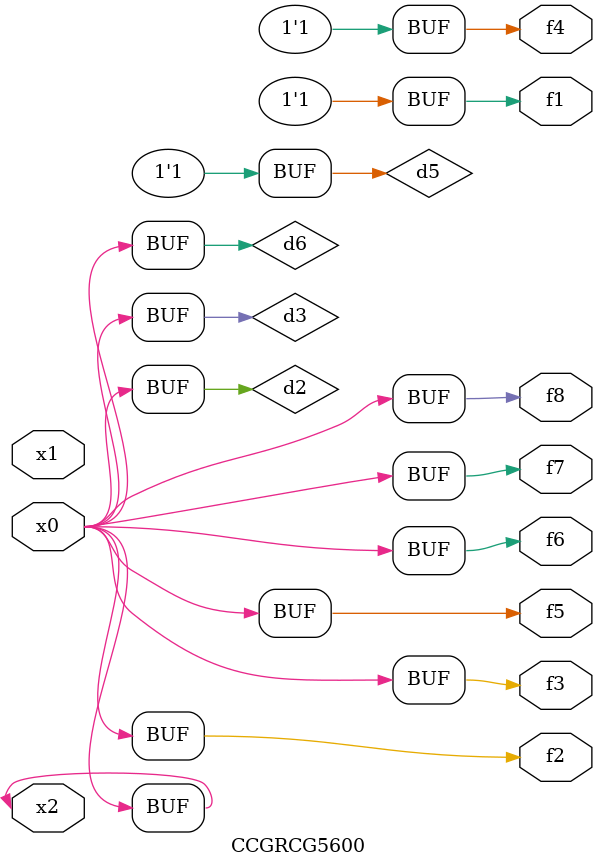
<source format=v>
module CCGRCG5600(
	input x0, x1, x2,
	output f1, f2, f3, f4, f5, f6, f7, f8
);

	wire d1, d2, d3, d4, d5, d6;

	xnor (d1, x2);
	buf (d2, x0, x2);
	and (d3, x0);
	xnor (d4, x1, x2);
	nand (d5, d1, d3);
	buf (d6, d2, d3);
	assign f1 = d5;
	assign f2 = d6;
	assign f3 = d6;
	assign f4 = d5;
	assign f5 = d6;
	assign f6 = d6;
	assign f7 = d6;
	assign f8 = d6;
endmodule

</source>
